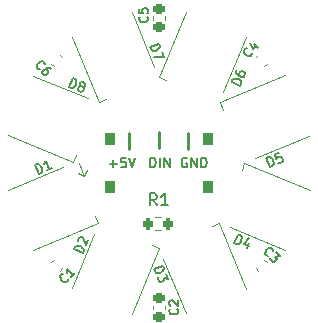
<source format=gto>
%TF.GenerationSoftware,KiCad,Pcbnew,7.0.10*%
%TF.CreationDate,2024-04-29T22:23:39+02:00*%
%TF.ProjectId,GhostControllerLED,47686f73-7443-46f6-9e74-726f6c6c6572,rev?*%
%TF.SameCoordinates,Original*%
%TF.FileFunction,Legend,Top*%
%TF.FilePolarity,Positive*%
%FSLAX46Y46*%
G04 Gerber Fmt 4.6, Leading zero omitted, Abs format (unit mm)*
G04 Created by KiCad (PCBNEW 7.0.10) date 2024-04-29 22:23:39*
%MOMM*%
%LPD*%
G01*
G04 APERTURE LIST*
G04 Aperture macros list*
%AMRoundRect*
0 Rectangle with rounded corners*
0 $1 Rounding radius*
0 $2 $3 $4 $5 $6 $7 $8 $9 X,Y pos of 4 corners*
0 Add a 4 corners polygon primitive as box body*
4,1,4,$2,$3,$4,$5,$6,$7,$8,$9,$2,$3,0*
0 Add four circle primitives for the rounded corners*
1,1,$1+$1,$2,$3*
1,1,$1+$1,$4,$5*
1,1,$1+$1,$6,$7*
1,1,$1+$1,$8,$9*
0 Add four rect primitives between the rounded corners*
20,1,$1+$1,$2,$3,$4,$5,0*
20,1,$1+$1,$4,$5,$6,$7,0*
20,1,$1+$1,$6,$7,$8,$9,0*
20,1,$1+$1,$8,$9,$2,$3,0*%
%AMRotRect*
0 Rectangle, with rotation*
0 The origin of the aperture is its center*
0 $1 length*
0 $2 width*
0 $3 Rotation angle, in degrees counterclockwise*
0 Add horizontal line*
21,1,$1,$2,0,0,$3*%
G04 Aperture macros list end*
%ADD10C,0.150000*%
%ADD11C,0.100000*%
%ADD12C,0.250000*%
%ADD13C,0.175000*%
%ADD14C,0.200000*%
%ADD15C,0.120000*%
%ADD16RotRect,1.500000X1.000000X112.500000*%
%ADD17RotRect,1.500000X1.000000X22.500000*%
%ADD18RoundRect,0.200000X-0.200000X-0.275000X0.200000X-0.275000X0.200000X0.275000X-0.200000X0.275000X0*%
%ADD19RotRect,1.500000X1.000000X157.500000*%
%ADD20RoundRect,0.225000X-0.017678X0.335876X-0.335876X0.017678X0.017678X-0.335876X0.335876X-0.017678X0*%
%ADD21RoundRect,0.225000X-0.335876X-0.017678X-0.017678X-0.335876X0.335876X0.017678X0.017678X0.335876X0*%
%ADD22RoundRect,0.225000X0.335876X0.017678X0.017678X0.335876X-0.335876X-0.017678X-0.017678X-0.335876X0*%
%ADD23RotRect,1.500000X1.000000X292.500000*%
%ADD24RoundRect,0.225000X0.250000X-0.225000X0.250000X0.225000X-0.250000X0.225000X-0.250000X-0.225000X0*%
%ADD25RoundRect,0.225000X-0.250000X0.225000X-0.250000X-0.225000X0.250000X-0.225000X0.250000X0.225000X0*%
%ADD26RotRect,1.500000X1.000000X247.500000*%
%ADD27RotRect,1.500000X1.000000X337.500000*%
%ADD28RotRect,1.500000X1.000000X67.500000*%
%ADD29RotRect,1.500000X1.000000X202.500000*%
%ADD30RoundRect,0.225000X0.017678X-0.335876X0.335876X-0.017678X-0.017678X0.335876X-0.335876X0.017678X0*%
%ADD31R,1.700000X1.700000*%
%ADD32O,1.700000X1.700000*%
%ADD33RoundRect,0.500000X0.425000X0.000000X-0.425000X0.000000X-0.425000X0.000000X0.425000X0.000000X0*%
G04 APERTURE END LIST*
D10*
X41657600Y-42212998D02*
X41963747Y-41473894D01*
X41963747Y-41473894D02*
X42139724Y-41546786D01*
X42139724Y-41546786D02*
X42230732Y-41625717D01*
X42230732Y-41625717D02*
X42271966Y-41725265D01*
X42271966Y-41725265D02*
X42278004Y-41810234D01*
X42278004Y-41810234D02*
X42254886Y-41965594D01*
X42254886Y-41965594D02*
X42211151Y-42071180D01*
X42211151Y-42071180D02*
X42117642Y-42197383D01*
X42117642Y-42197383D02*
X42053289Y-42253196D01*
X42053289Y-42253196D02*
X41953742Y-42294430D01*
X41953742Y-42294430D02*
X41833577Y-42285890D01*
X41833577Y-42285890D02*
X41657600Y-42212998D01*
X42677231Y-42140535D02*
X42621419Y-42076183D01*
X42621419Y-42076183D02*
X42600802Y-42026409D01*
X42600802Y-42026409D02*
X42594763Y-41941440D01*
X42594763Y-41941440D02*
X42609341Y-41906244D01*
X42609341Y-41906244D02*
X42673694Y-41850432D01*
X42673694Y-41850432D02*
X42723468Y-41829815D01*
X42723468Y-41829815D02*
X42808437Y-41823776D01*
X42808437Y-41823776D02*
X42949218Y-41882090D01*
X42949218Y-41882090D02*
X43005031Y-41946442D01*
X43005031Y-41946442D02*
X43025648Y-41996216D01*
X43025648Y-41996216D02*
X43031686Y-42081185D01*
X43031686Y-42081185D02*
X43017108Y-42116381D01*
X43017108Y-42116381D02*
X42952756Y-42172193D01*
X42952756Y-42172193D02*
X42902982Y-42192810D01*
X42902982Y-42192810D02*
X42818013Y-42198849D01*
X42818013Y-42198849D02*
X42677231Y-42140535D01*
X42677231Y-42140535D02*
X42592262Y-42146573D01*
X42592262Y-42146573D02*
X42542488Y-42167190D01*
X42542488Y-42167190D02*
X42478136Y-42223003D01*
X42478136Y-42223003D02*
X42419822Y-42363785D01*
X42419822Y-42363785D02*
X42425861Y-42448754D01*
X42425861Y-42448754D02*
X42446478Y-42498528D01*
X42446478Y-42498528D02*
X42502290Y-42562880D01*
X42502290Y-42562880D02*
X42643072Y-42621194D01*
X42643072Y-42621194D02*
X42728041Y-42615155D01*
X42728041Y-42615155D02*
X42777815Y-42594538D01*
X42777815Y-42594538D02*
X42842167Y-42538726D01*
X42842167Y-42538726D02*
X42900481Y-42397944D01*
X42900481Y-42397944D02*
X42894442Y-42312975D01*
X42894442Y-42312975D02*
X42873825Y-42263201D01*
X42873825Y-42263201D02*
X42818013Y-42198849D01*
X48508315Y-38876697D02*
X49247418Y-38570550D01*
X49247418Y-38570550D02*
X49320310Y-38746528D01*
X49320310Y-38746528D02*
X49328850Y-38866692D01*
X49328850Y-38866692D02*
X49287616Y-38966240D01*
X49287616Y-38966240D02*
X49231804Y-39030592D01*
X49231804Y-39030592D02*
X49105601Y-39124101D01*
X49105601Y-39124101D02*
X49000014Y-39167836D01*
X49000014Y-39167836D02*
X48844654Y-39190955D01*
X48844654Y-39190955D02*
X48759685Y-39184916D01*
X48759685Y-39184916D02*
X48660138Y-39143682D01*
X48660138Y-39143682D02*
X48581207Y-39052674D01*
X48581207Y-39052674D02*
X48508315Y-38876697D01*
X49524408Y-39239263D02*
X49728506Y-39731999D01*
X49728506Y-39731999D02*
X48858197Y-39721387D01*
X56162998Y-42142399D02*
X55423894Y-41836252D01*
X55423894Y-41836252D02*
X55496786Y-41660275D01*
X55496786Y-41660275D02*
X55575717Y-41569267D01*
X55575717Y-41569267D02*
X55675265Y-41528033D01*
X55675265Y-41528033D02*
X55760234Y-41521995D01*
X55760234Y-41521995D02*
X55915594Y-41545113D01*
X55915594Y-41545113D02*
X56021180Y-41588848D01*
X56021180Y-41588848D02*
X56147383Y-41682357D01*
X56147383Y-41682357D02*
X56203196Y-41746710D01*
X56203196Y-41746710D02*
X56244430Y-41846257D01*
X56244430Y-41846257D02*
X56235890Y-41966422D01*
X56235890Y-41966422D02*
X56162998Y-42142399D01*
X55861247Y-40780390D02*
X55802933Y-40921171D01*
X55802933Y-40921171D02*
X55808972Y-41006141D01*
X55808972Y-41006141D02*
X55829589Y-41055914D01*
X55829589Y-41055914D02*
X55906018Y-41170041D01*
X55906018Y-41170041D02*
X56032221Y-41263550D01*
X56032221Y-41263550D02*
X56313785Y-41380177D01*
X56313785Y-41380177D02*
X56398754Y-41374138D01*
X56398754Y-41374138D02*
X56448528Y-41353521D01*
X56448528Y-41353521D02*
X56512880Y-41297709D01*
X56512880Y-41297709D02*
X56571194Y-41156927D01*
X56571194Y-41156927D02*
X56565155Y-41071958D01*
X56565155Y-41071958D02*
X56544538Y-41022184D01*
X56544538Y-41022184D02*
X56488726Y-40957832D01*
X56488726Y-40957832D02*
X56312748Y-40884940D01*
X56312748Y-40884940D02*
X56227779Y-40890979D01*
X56227779Y-40890979D02*
X56178005Y-40911596D01*
X56178005Y-40911596D02*
X56113653Y-40967408D01*
X56113653Y-40967408D02*
X56055340Y-41108190D01*
X56055340Y-41108190D02*
X56061378Y-41193159D01*
X56061378Y-41193159D02*
X56081995Y-41242933D01*
X56081995Y-41242933D02*
X56137807Y-41307285D01*
X58676697Y-48991684D02*
X58370550Y-48252581D01*
X58370550Y-48252581D02*
X58546528Y-48179689D01*
X58546528Y-48179689D02*
X58666692Y-48171149D01*
X58666692Y-48171149D02*
X58766240Y-48212383D01*
X58766240Y-48212383D02*
X58830592Y-48268195D01*
X58830592Y-48268195D02*
X58924101Y-48394398D01*
X58924101Y-48394398D02*
X58967836Y-48499985D01*
X58967836Y-48499985D02*
X58990955Y-48655345D01*
X58990955Y-48655345D02*
X58984916Y-48740314D01*
X58984916Y-48740314D02*
X58943682Y-48839861D01*
X58943682Y-48839861D02*
X58852674Y-48918792D01*
X58852674Y-48918792D02*
X58676697Y-48991684D01*
X59461608Y-47800650D02*
X59109654Y-47946434D01*
X59109654Y-47946434D02*
X59220243Y-48312966D01*
X59220243Y-48312966D02*
X59240860Y-48263193D01*
X59240860Y-48263193D02*
X59296672Y-48198840D01*
X59296672Y-48198840D02*
X59472649Y-48125948D01*
X59472649Y-48125948D02*
X59557619Y-48131987D01*
X59557619Y-48131987D02*
X59607392Y-48152604D01*
X59607392Y-48152604D02*
X59671745Y-48208416D01*
X59671745Y-48208416D02*
X59744637Y-48384393D01*
X59744637Y-48384393D02*
X59738598Y-48469362D01*
X59738598Y-48469362D02*
X59717981Y-48519136D01*
X59717981Y-48519136D02*
X59662169Y-48583489D01*
X59662169Y-48583489D02*
X59486192Y-48656381D01*
X59486192Y-48656381D02*
X59401222Y-48650342D01*
X59401222Y-48650342D02*
X59351449Y-48629725D01*
X55657600Y-55462998D02*
X55963747Y-54723894D01*
X55963747Y-54723894D02*
X56139724Y-54796786D01*
X56139724Y-54796786D02*
X56230732Y-54875717D01*
X56230732Y-54875717D02*
X56271966Y-54975265D01*
X56271966Y-54975265D02*
X56278004Y-55060234D01*
X56278004Y-55060234D02*
X56254886Y-55215594D01*
X56254886Y-55215594D02*
X56211151Y-55321180D01*
X56211151Y-55321180D02*
X56117642Y-55447383D01*
X56117642Y-55447383D02*
X56053289Y-55503196D01*
X56053289Y-55503196D02*
X55953742Y-55544430D01*
X55953742Y-55544430D02*
X55833577Y-55535890D01*
X55833577Y-55535890D02*
X55657600Y-55462998D01*
X56917560Y-55407615D02*
X56713462Y-55900350D01*
X56858211Y-55053159D02*
X56463557Y-55508198D01*
X56463557Y-55508198D02*
X56921098Y-55697718D01*
X48858315Y-57676697D02*
X49597418Y-57370550D01*
X49597418Y-57370550D02*
X49670310Y-57546528D01*
X49670310Y-57546528D02*
X49678850Y-57666692D01*
X49678850Y-57666692D02*
X49637616Y-57766240D01*
X49637616Y-57766240D02*
X49581804Y-57830592D01*
X49581804Y-57830592D02*
X49455601Y-57924101D01*
X49455601Y-57924101D02*
X49350014Y-57967836D01*
X49350014Y-57967836D02*
X49194654Y-57990955D01*
X49194654Y-57990955D02*
X49109685Y-57984916D01*
X49109685Y-57984916D02*
X49010138Y-57943682D01*
X49010138Y-57943682D02*
X48931207Y-57852674D01*
X48931207Y-57852674D02*
X48858315Y-57676697D01*
X49874408Y-58039263D02*
X50063928Y-58496804D01*
X50063928Y-58496804D02*
X49680316Y-58367063D01*
X49680316Y-58367063D02*
X49724051Y-58472649D01*
X49724051Y-58472649D02*
X49718012Y-58557619D01*
X49718012Y-58557619D02*
X49697395Y-58607392D01*
X49697395Y-58607392D02*
X49641583Y-58671745D01*
X49641583Y-58671745D02*
X49465606Y-58744637D01*
X49465606Y-58744637D02*
X49380637Y-58738598D01*
X49380637Y-58738598D02*
X49330863Y-58717981D01*
X49330863Y-58717981D02*
X49266510Y-58662169D01*
X49266510Y-58662169D02*
X49179040Y-58450996D01*
X49179040Y-58450996D02*
X49185079Y-58366027D01*
X49185079Y-58366027D02*
X49205696Y-58316253D01*
D11*
X42950000Y-49800000D02*
X43150000Y-49300000D01*
X42950000Y-49800000D02*
X42450000Y-49550000D01*
X42500000Y-48700000D02*
X42950000Y-49800000D01*
D10*
X42812998Y-56292399D02*
X42073894Y-55986252D01*
X42073894Y-55986252D02*
X42146786Y-55810275D01*
X42146786Y-55810275D02*
X42225717Y-55719267D01*
X42225717Y-55719267D02*
X42325265Y-55678033D01*
X42325265Y-55678033D02*
X42410234Y-55671995D01*
X42410234Y-55671995D02*
X42565594Y-55695113D01*
X42565594Y-55695113D02*
X42671180Y-55738848D01*
X42671180Y-55738848D02*
X42797383Y-55832357D01*
X42797383Y-55832357D02*
X42853196Y-55896710D01*
X42853196Y-55896710D02*
X42894430Y-55996257D01*
X42894430Y-55996257D02*
X42885890Y-56116422D01*
X42885890Y-56116422D02*
X42812998Y-56292399D01*
X42435853Y-55311501D02*
X42415236Y-55261727D01*
X42415236Y-55261727D02*
X42409198Y-55176758D01*
X42409198Y-55176758D02*
X42482090Y-55000781D01*
X42482090Y-55000781D02*
X42546442Y-54944968D01*
X42546442Y-54944968D02*
X42596216Y-54924351D01*
X42596216Y-54924351D02*
X42681185Y-54918313D01*
X42681185Y-54918313D02*
X42751576Y-54947469D01*
X42751576Y-54947469D02*
X42842584Y-55026400D01*
X42842584Y-55026400D02*
X43089988Y-55623686D01*
X43089988Y-55623686D02*
X43279507Y-55166146D01*
X39076697Y-49591684D02*
X38770550Y-48852581D01*
X38770550Y-48852581D02*
X38946528Y-48779689D01*
X38946528Y-48779689D02*
X39066692Y-48771149D01*
X39066692Y-48771149D02*
X39166240Y-48812383D01*
X39166240Y-48812383D02*
X39230592Y-48868195D01*
X39230592Y-48868195D02*
X39324101Y-48994398D01*
X39324101Y-48994398D02*
X39367836Y-49099985D01*
X39367836Y-49099985D02*
X39390955Y-49255345D01*
X39390955Y-49255345D02*
X39384916Y-49340314D01*
X39384916Y-49340314D02*
X39343682Y-49439861D01*
X39343682Y-49439861D02*
X39252674Y-49518792D01*
X39252674Y-49518792D02*
X39076697Y-49591684D01*
X40202950Y-49125175D02*
X39780605Y-49300116D01*
X39991778Y-49212645D02*
X39685631Y-48473542D01*
X39685631Y-48473542D02*
X39658976Y-48608285D01*
X39658976Y-48608285D02*
X39617742Y-48707832D01*
X39617742Y-48707832D02*
X39561929Y-48772185D01*
D12*
X51750000Y-47462500D02*
X51750000Y-46137500D01*
X46700000Y-47462500D02*
X46700000Y-46137500D01*
X49250000Y-47412500D02*
X49250000Y-46087500D01*
D13*
X51640476Y-48281090D02*
X51564286Y-48242995D01*
X51564286Y-48242995D02*
X51450000Y-48242995D01*
X51450000Y-48242995D02*
X51335714Y-48281090D01*
X51335714Y-48281090D02*
X51259524Y-48357280D01*
X51259524Y-48357280D02*
X51221429Y-48433471D01*
X51221429Y-48433471D02*
X51183333Y-48585852D01*
X51183333Y-48585852D02*
X51183333Y-48700138D01*
X51183333Y-48700138D02*
X51221429Y-48852519D01*
X51221429Y-48852519D02*
X51259524Y-48928709D01*
X51259524Y-48928709D02*
X51335714Y-49004900D01*
X51335714Y-49004900D02*
X51450000Y-49042995D01*
X51450000Y-49042995D02*
X51526191Y-49042995D01*
X51526191Y-49042995D02*
X51640476Y-49004900D01*
X51640476Y-49004900D02*
X51678572Y-48966804D01*
X51678572Y-48966804D02*
X51678572Y-48700138D01*
X51678572Y-48700138D02*
X51526191Y-48700138D01*
X52021429Y-49042995D02*
X52021429Y-48242995D01*
X52021429Y-48242995D02*
X52478572Y-49042995D01*
X52478572Y-49042995D02*
X52478572Y-48242995D01*
X52859524Y-49042995D02*
X52859524Y-48242995D01*
X52859524Y-48242995D02*
X53050000Y-48242995D01*
X53050000Y-48242995D02*
X53164286Y-48281090D01*
X53164286Y-48281090D02*
X53240476Y-48357280D01*
X53240476Y-48357280D02*
X53278571Y-48433471D01*
X53278571Y-48433471D02*
X53316667Y-48585852D01*
X53316667Y-48585852D02*
X53316667Y-48700138D01*
X53316667Y-48700138D02*
X53278571Y-48852519D01*
X53278571Y-48852519D02*
X53240476Y-48928709D01*
X53240476Y-48928709D02*
X53164286Y-49004900D01*
X53164286Y-49004900D02*
X53050000Y-49042995D01*
X53050000Y-49042995D02*
X52859524Y-49042995D01*
X48530953Y-49042995D02*
X48530953Y-48242995D01*
X48530953Y-48242995D02*
X48721429Y-48242995D01*
X48721429Y-48242995D02*
X48835715Y-48281090D01*
X48835715Y-48281090D02*
X48911905Y-48357280D01*
X48911905Y-48357280D02*
X48950000Y-48433471D01*
X48950000Y-48433471D02*
X48988096Y-48585852D01*
X48988096Y-48585852D02*
X48988096Y-48700138D01*
X48988096Y-48700138D02*
X48950000Y-48852519D01*
X48950000Y-48852519D02*
X48911905Y-48928709D01*
X48911905Y-48928709D02*
X48835715Y-49004900D01*
X48835715Y-49004900D02*
X48721429Y-49042995D01*
X48721429Y-49042995D02*
X48530953Y-49042995D01*
X49330953Y-49042995D02*
X49330953Y-48242995D01*
X49711905Y-49042995D02*
X49711905Y-48242995D01*
X49711905Y-48242995D02*
X50169048Y-49042995D01*
X50169048Y-49042995D02*
X50169048Y-48242995D01*
X45087250Y-48738233D02*
X45696774Y-48738233D01*
X45392012Y-49042995D02*
X45392012Y-48433471D01*
X46458678Y-48242995D02*
X46077726Y-48242995D01*
X46077726Y-48242995D02*
X46039630Y-48623947D01*
X46039630Y-48623947D02*
X46077726Y-48585852D01*
X46077726Y-48585852D02*
X46153916Y-48547757D01*
X46153916Y-48547757D02*
X46344392Y-48547757D01*
X46344392Y-48547757D02*
X46420583Y-48585852D01*
X46420583Y-48585852D02*
X46458678Y-48623947D01*
X46458678Y-48623947D02*
X46496773Y-48700138D01*
X46496773Y-48700138D02*
X46496773Y-48890614D01*
X46496773Y-48890614D02*
X46458678Y-48966804D01*
X46458678Y-48966804D02*
X46420583Y-49004900D01*
X46420583Y-49004900D02*
X46344392Y-49042995D01*
X46344392Y-49042995D02*
X46153916Y-49042995D01*
X46153916Y-49042995D02*
X46077726Y-49004900D01*
X46077726Y-49004900D02*
X46039630Y-48966804D01*
X46725345Y-48242995D02*
X46992012Y-49042995D01*
X46992012Y-49042995D02*
X47258678Y-48242995D01*
D14*
X49083333Y-52252219D02*
X48750000Y-51776028D01*
X48511905Y-52252219D02*
X48511905Y-51252219D01*
X48511905Y-51252219D02*
X48892857Y-51252219D01*
X48892857Y-51252219D02*
X48988095Y-51299838D01*
X48988095Y-51299838D02*
X49035714Y-51347457D01*
X49035714Y-51347457D02*
X49083333Y-51442695D01*
X49083333Y-51442695D02*
X49083333Y-51585552D01*
X49083333Y-51585552D02*
X49035714Y-51680790D01*
X49035714Y-51680790D02*
X48988095Y-51728409D01*
X48988095Y-51728409D02*
X48892857Y-51776028D01*
X48892857Y-51776028D02*
X48511905Y-51776028D01*
X50035714Y-52252219D02*
X49464286Y-52252219D01*
X49750000Y-52252219D02*
X49750000Y-51252219D01*
X49750000Y-51252219D02*
X49654762Y-51395076D01*
X49654762Y-51395076D02*
X49559524Y-51490314D01*
X49559524Y-51490314D02*
X49464286Y-51537933D01*
D10*
X41600929Y-58477706D02*
X41600929Y-58528213D01*
X41600929Y-58528213D02*
X41550421Y-58629229D01*
X41550421Y-58629229D02*
X41499914Y-58679736D01*
X41499914Y-58679736D02*
X41398898Y-58730244D01*
X41398898Y-58730244D02*
X41297883Y-58730244D01*
X41297883Y-58730244D02*
X41222122Y-58704990D01*
X41222122Y-58704990D02*
X41095853Y-58629229D01*
X41095853Y-58629229D02*
X41020091Y-58553467D01*
X41020091Y-58553467D02*
X40944330Y-58427198D01*
X40944330Y-58427198D02*
X40919076Y-58351437D01*
X40919076Y-58351437D02*
X40919076Y-58250421D01*
X40919076Y-58250421D02*
X40969583Y-58149406D01*
X40969583Y-58149406D02*
X41020091Y-58098898D01*
X41020091Y-58098898D02*
X41121106Y-58048391D01*
X41121106Y-58048391D02*
X41171614Y-58048391D01*
X42156513Y-58023137D02*
X41853467Y-58326183D01*
X42004990Y-58174660D02*
X41474660Y-57644330D01*
X41474660Y-57644330D02*
X41499914Y-57770599D01*
X41499914Y-57770599D02*
X41499914Y-57871614D01*
X41499914Y-57871614D02*
X41474660Y-57947376D01*
X58522294Y-56550929D02*
X58471787Y-56550929D01*
X58471787Y-56550929D02*
X58370771Y-56500421D01*
X58370771Y-56500421D02*
X58320264Y-56449914D01*
X58320264Y-56449914D02*
X58269756Y-56348898D01*
X58269756Y-56348898D02*
X58269756Y-56247883D01*
X58269756Y-56247883D02*
X58295010Y-56172122D01*
X58295010Y-56172122D02*
X58370771Y-56045853D01*
X58370771Y-56045853D02*
X58446533Y-55970091D01*
X58446533Y-55970091D02*
X58572802Y-55894330D01*
X58572802Y-55894330D02*
X58648563Y-55869076D01*
X58648563Y-55869076D02*
X58749579Y-55869076D01*
X58749579Y-55869076D02*
X58850594Y-55919583D01*
X58850594Y-55919583D02*
X58901102Y-55970091D01*
X58901102Y-55970091D02*
X58951609Y-56071106D01*
X58951609Y-56071106D02*
X58951609Y-56121614D01*
X59178893Y-56247883D02*
X59507193Y-56576183D01*
X59507193Y-56576183D02*
X59128386Y-56601436D01*
X59128386Y-56601436D02*
X59204147Y-56677198D01*
X59204147Y-56677198D02*
X59229401Y-56752959D01*
X59229401Y-56752959D02*
X59229401Y-56803467D01*
X59229401Y-56803467D02*
X59204147Y-56879228D01*
X59204147Y-56879228D02*
X59077878Y-57005497D01*
X59077878Y-57005497D02*
X59002117Y-57030751D01*
X59002117Y-57030751D02*
X58951609Y-57030751D01*
X58951609Y-57030751D02*
X58875848Y-57005497D01*
X58875848Y-57005497D02*
X58724325Y-56853975D01*
X58724325Y-56853975D02*
X58699071Y-56778213D01*
X58699071Y-56778213D02*
X58699071Y-56727705D01*
X39172293Y-40750930D02*
X39121786Y-40750930D01*
X39121786Y-40750930D02*
X39020770Y-40700422D01*
X39020770Y-40700422D02*
X38970263Y-40649915D01*
X38970263Y-40649915D02*
X38919755Y-40548899D01*
X38919755Y-40548899D02*
X38919755Y-40447884D01*
X38919755Y-40447884D02*
X38945009Y-40372123D01*
X38945009Y-40372123D02*
X39020770Y-40245854D01*
X39020770Y-40245854D02*
X39096532Y-40170092D01*
X39096532Y-40170092D02*
X39222801Y-40094331D01*
X39222801Y-40094331D02*
X39298562Y-40069077D01*
X39298562Y-40069077D02*
X39399578Y-40069077D01*
X39399578Y-40069077D02*
X39500593Y-40119584D01*
X39500593Y-40119584D02*
X39551101Y-40170092D01*
X39551101Y-40170092D02*
X39601608Y-40271107D01*
X39601608Y-40271107D02*
X39601608Y-40321615D01*
X40106684Y-40725676D02*
X40005669Y-40624661D01*
X40005669Y-40624661D02*
X39929908Y-40599407D01*
X39929908Y-40599407D02*
X39879400Y-40599407D01*
X39879400Y-40599407D02*
X39753131Y-40624661D01*
X39753131Y-40624661D02*
X39626862Y-40700422D01*
X39626862Y-40700422D02*
X39424831Y-40902453D01*
X39424831Y-40902453D02*
X39399578Y-40978214D01*
X39399578Y-40978214D02*
X39399578Y-41028722D01*
X39399578Y-41028722D02*
X39424831Y-41104483D01*
X39424831Y-41104483D02*
X39525847Y-41205498D01*
X39525847Y-41205498D02*
X39601608Y-41230752D01*
X39601608Y-41230752D02*
X39652116Y-41230752D01*
X39652116Y-41230752D02*
X39727877Y-41205498D01*
X39727877Y-41205498D02*
X39854146Y-41079229D01*
X39854146Y-41079229D02*
X39879400Y-41003468D01*
X39879400Y-41003468D02*
X39879400Y-40952960D01*
X39879400Y-40952960D02*
X39854146Y-40877199D01*
X39854146Y-40877199D02*
X39753131Y-40776184D01*
X39753131Y-40776184D02*
X39677370Y-40750930D01*
X39677370Y-40750930D02*
X39626862Y-40750930D01*
X39626862Y-40750930D02*
X39551101Y-40776184D01*
X48267735Y-36275000D02*
X48303450Y-36310714D01*
X48303450Y-36310714D02*
X48339164Y-36417857D01*
X48339164Y-36417857D02*
X48339164Y-36489285D01*
X48339164Y-36489285D02*
X48303450Y-36596428D01*
X48303450Y-36596428D02*
X48232021Y-36667857D01*
X48232021Y-36667857D02*
X48160592Y-36703571D01*
X48160592Y-36703571D02*
X48017735Y-36739285D01*
X48017735Y-36739285D02*
X47910592Y-36739285D01*
X47910592Y-36739285D02*
X47767735Y-36703571D01*
X47767735Y-36703571D02*
X47696307Y-36667857D01*
X47696307Y-36667857D02*
X47624878Y-36596428D01*
X47624878Y-36596428D02*
X47589164Y-36489285D01*
X47589164Y-36489285D02*
X47589164Y-36417857D01*
X47589164Y-36417857D02*
X47624878Y-36310714D01*
X47624878Y-36310714D02*
X47660592Y-36275000D01*
X47589164Y-35596428D02*
X47589164Y-35953571D01*
X47589164Y-35953571D02*
X47946307Y-35989285D01*
X47946307Y-35989285D02*
X47910592Y-35953571D01*
X47910592Y-35953571D02*
X47874878Y-35882143D01*
X47874878Y-35882143D02*
X47874878Y-35703571D01*
X47874878Y-35703571D02*
X47910592Y-35632143D01*
X47910592Y-35632143D02*
X47946307Y-35596428D01*
X47946307Y-35596428D02*
X48017735Y-35560714D01*
X48017735Y-35560714D02*
X48196307Y-35560714D01*
X48196307Y-35560714D02*
X48267735Y-35596428D01*
X48267735Y-35596428D02*
X48303450Y-35632143D01*
X48303450Y-35632143D02*
X48339164Y-35703571D01*
X48339164Y-35703571D02*
X48339164Y-35882143D01*
X48339164Y-35882143D02*
X48303450Y-35953571D01*
X48303450Y-35953571D02*
X48267735Y-35989285D01*
X50817735Y-61025000D02*
X50853450Y-61060714D01*
X50853450Y-61060714D02*
X50889164Y-61167857D01*
X50889164Y-61167857D02*
X50889164Y-61239285D01*
X50889164Y-61239285D02*
X50853450Y-61346428D01*
X50853450Y-61346428D02*
X50782021Y-61417857D01*
X50782021Y-61417857D02*
X50710592Y-61453571D01*
X50710592Y-61453571D02*
X50567735Y-61489285D01*
X50567735Y-61489285D02*
X50460592Y-61489285D01*
X50460592Y-61489285D02*
X50317735Y-61453571D01*
X50317735Y-61453571D02*
X50246307Y-61417857D01*
X50246307Y-61417857D02*
X50174878Y-61346428D01*
X50174878Y-61346428D02*
X50139164Y-61239285D01*
X50139164Y-61239285D02*
X50139164Y-61167857D01*
X50139164Y-61167857D02*
X50174878Y-61060714D01*
X50174878Y-61060714D02*
X50210592Y-61025000D01*
X50210592Y-60739285D02*
X50174878Y-60703571D01*
X50174878Y-60703571D02*
X50139164Y-60632143D01*
X50139164Y-60632143D02*
X50139164Y-60453571D01*
X50139164Y-60453571D02*
X50174878Y-60382143D01*
X50174878Y-60382143D02*
X50210592Y-60346428D01*
X50210592Y-60346428D02*
X50282021Y-60310714D01*
X50282021Y-60310714D02*
X50353450Y-60310714D01*
X50353450Y-60310714D02*
X50460592Y-60346428D01*
X50460592Y-60346428D02*
X50889164Y-60775000D01*
X50889164Y-60775000D02*
X50889164Y-60310714D01*
X57150929Y-39377706D02*
X57150929Y-39428213D01*
X57150929Y-39428213D02*
X57100421Y-39529229D01*
X57100421Y-39529229D02*
X57049914Y-39579736D01*
X57049914Y-39579736D02*
X56948898Y-39630244D01*
X56948898Y-39630244D02*
X56847883Y-39630244D01*
X56847883Y-39630244D02*
X56772122Y-39604990D01*
X56772122Y-39604990D02*
X56645853Y-39529229D01*
X56645853Y-39529229D02*
X56570091Y-39453467D01*
X56570091Y-39453467D02*
X56494330Y-39327198D01*
X56494330Y-39327198D02*
X56469076Y-39251437D01*
X56469076Y-39251437D02*
X56469076Y-39150421D01*
X56469076Y-39150421D02*
X56519583Y-39049406D01*
X56519583Y-39049406D02*
X56570091Y-38998898D01*
X56570091Y-38998898D02*
X56671106Y-38948391D01*
X56671106Y-38948391D02*
X56721614Y-38948391D01*
X57302452Y-38620091D02*
X57656005Y-38973645D01*
X56974152Y-38544330D02*
X57226690Y-39049406D01*
X57226690Y-39049406D02*
X57554990Y-38721107D01*
D11*
%TO.C,D3*%
X49654148Y-56770061D02*
X51567565Y-61389458D01*
X53771414Y-54036360D02*
X54371936Y-53787616D01*
X54371936Y-53787616D02*
X56658469Y-59307796D01*
%TO.C,1*%
X41147224Y-49036863D02*
X36527827Y-50950280D01*
X43880925Y-53154129D02*
X44129669Y-53754651D01*
X44129669Y-53754651D02*
X38609489Y-56041184D01*
D15*
%TO.C,R1*%
X48962742Y-53283566D02*
X49437258Y-53283566D01*
X48962742Y-54328566D02*
X49437258Y-54328566D01*
D11*
%TO.C,D4*%
X55282587Y-54118200D02*
X59901984Y-56031617D01*
X56260916Y-49273835D02*
X56509660Y-48673313D01*
X56509660Y-48673313D02*
X62029840Y-50959847D01*
D15*
%TO.C,C1*%
X41065255Y-57573279D02*
X40866444Y-57772090D01*
X40344006Y-56852030D02*
X40145195Y-57050841D01*
%TO.C,C3*%
X58190564Y-56852030D02*
X58389375Y-57050841D01*
X57469315Y-57573279D02*
X57668126Y-57772090D01*
%TO.C,C6*%
X40344006Y-40447970D02*
X40145195Y-40249159D01*
X41065255Y-39726721D02*
X40866444Y-39527910D01*
D11*
%TO.C,D7*%
X48880422Y-40529939D02*
X46967005Y-35910542D01*
X44763156Y-43263640D02*
X44162634Y-43512384D01*
X44162634Y-43512384D02*
X41876101Y-37992204D01*
D15*
%TO.C,C5*%
X48757285Y-36540580D02*
X48757285Y-36259420D01*
X49777285Y-36540580D02*
X49777285Y-36259420D01*
%TO.C,C2*%
X49777285Y-60759420D02*
X49777285Y-61040580D01*
X48757285Y-60759420D02*
X48757285Y-61040580D01*
D11*
%TO.C,D6*%
X54735485Y-42634698D02*
X56648902Y-38015301D01*
X49891120Y-41656369D02*
X49290598Y-41407625D01*
X49290598Y-41407625D02*
X51577132Y-35887445D01*
%TO.C,D8*%
X43251983Y-43181800D02*
X38632586Y-41268383D01*
X42273654Y-48026165D02*
X42024910Y-48626687D01*
X42024910Y-48626687D02*
X36504730Y-46340153D01*
%TO.C,D2*%
X43799085Y-54665302D02*
X41885668Y-59284699D01*
X48643450Y-55643631D02*
X49243972Y-55892375D01*
X49243972Y-55892375D02*
X46957438Y-61412555D01*
%TO.C,D5*%
X57387346Y-48263137D02*
X62006743Y-46349720D01*
X54653645Y-44145871D02*
X54404901Y-43545349D01*
X54404901Y-43545349D02*
X59925081Y-41258816D01*
D15*
%TO.C,C4*%
X57469315Y-39726721D02*
X57668126Y-39527910D01*
X58190564Y-40447970D02*
X58389375Y-40249159D01*
%TD*%
%LPC*%
D16*
%TO.C,D3*%
X53692158Y-55151582D03*
X50735743Y-56376169D03*
X52610892Y-60903178D03*
X55567307Y-59678591D03*
%TD*%
D17*
%TO.C,1*%
X42765703Y-53074873D03*
X41541116Y-50118458D03*
X37014107Y-51993607D03*
X38238694Y-54950022D03*
%TD*%
D18*
%TO.C,R1*%
X48375000Y-53806066D03*
X50025000Y-53806066D03*
%TD*%
D19*
%TO.C,D4*%
X56993454Y-50118458D03*
X55768867Y-53074873D03*
X60295876Y-54950022D03*
X61520463Y-51993607D03*
%TD*%
D20*
%TO.C,C1*%
X41153233Y-56764052D03*
X40057217Y-57860068D03*
%TD*%
D21*
%TO.C,C3*%
X57381337Y-56764052D03*
X58477353Y-57860068D03*
%TD*%
D22*
%TO.C,C6*%
X41153233Y-40535948D03*
X40057217Y-39439932D03*
%TD*%
D23*
%TO.C,D7*%
X44842412Y-42148418D03*
X47798827Y-40923831D03*
X45923678Y-36396822D03*
X42967263Y-37621409D03*
%TD*%
D24*
%TO.C,C5*%
X49267285Y-37175000D03*
X49267285Y-35625000D03*
%TD*%
D25*
%TO.C,C2*%
X49267285Y-60125000D03*
X49267285Y-61675000D03*
%TD*%
D26*
%TO.C,D6*%
X50735743Y-40923831D03*
X53692158Y-42148418D03*
X55567307Y-37621409D03*
X52610892Y-36396822D03*
%TD*%
D27*
%TO.C,D8*%
X41541116Y-47181542D03*
X42765703Y-44225127D03*
X38238694Y-42349978D03*
X37014107Y-45306393D03*
%TD*%
D28*
%TO.C,D2*%
X47798827Y-56376169D03*
X44842412Y-55151582D03*
X42967263Y-59678591D03*
X45923678Y-60903178D03*
%TD*%
D29*
%TO.C,D5*%
X55768867Y-44225127D03*
X56993454Y-47181542D03*
X61520463Y-45306393D03*
X60295876Y-42349978D03*
%TD*%
D30*
%TO.C,C4*%
X57381337Y-40535948D03*
X58477353Y-39439932D03*
%TD*%
D31*
%TO.C,REF\u002A\u002A*%
X46700000Y-44400000D03*
D32*
X49240000Y-44400000D03*
X51780000Y-44400000D03*
%TD*%
D33*
%TO.C,NoUSB*%
X53417285Y-46630000D03*
X53417285Y-50670000D03*
X45117285Y-50670000D03*
X45117285Y-46630000D03*
%TD*%
%LPD*%
M02*

</source>
